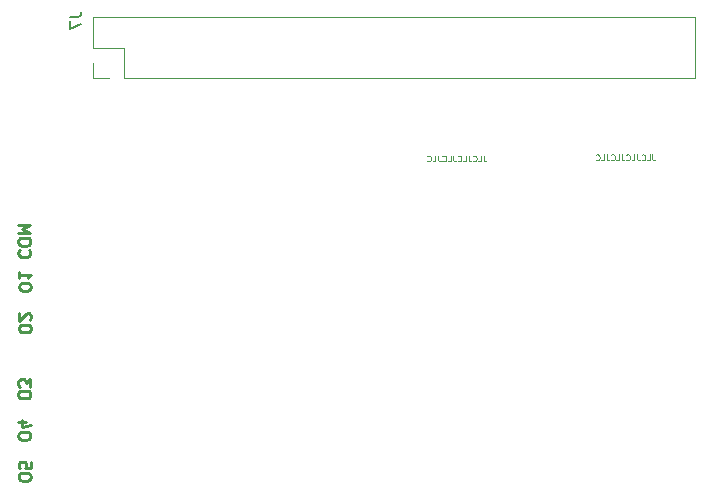
<source format=gbr>
G04 #@! TF.GenerationSoftware,KiCad,Pcbnew,(5.1.9)-1*
G04 #@! TF.CreationDate,2021-06-05T11:28:23-05:00*
G04 #@! TF.ProjectId,RASPBERRY 4 PI HAT,52415350-4245-4525-9259-203420504920,rev?*
G04 #@! TF.SameCoordinates,Original*
G04 #@! TF.FileFunction,Legend,Bot*
G04 #@! TF.FilePolarity,Positive*
%FSLAX46Y46*%
G04 Gerber Fmt 4.6, Leading zero omitted, Abs format (unit mm)*
G04 Created by KiCad (PCBNEW (5.1.9)-1) date 2021-06-05 11:28:23*
%MOMM*%
%LPD*%
G01*
G04 APERTURE LIST*
%ADD10C,0.125000*%
%ADD11C,0.250000*%
%ADD12C,0.120000*%
%ADD13C,0.150000*%
G04 APERTURE END LIST*
D10*
X146879523Y-84836190D02*
X146879523Y-85193333D01*
X146903333Y-85264761D01*
X146950952Y-85312380D01*
X147022380Y-85336190D01*
X147070000Y-85336190D01*
X146403333Y-85336190D02*
X146641428Y-85336190D01*
X146641428Y-84836190D01*
X145950952Y-85288571D02*
X145974761Y-85312380D01*
X146046190Y-85336190D01*
X146093809Y-85336190D01*
X146165238Y-85312380D01*
X146212857Y-85264761D01*
X146236666Y-85217142D01*
X146260476Y-85121904D01*
X146260476Y-85050476D01*
X146236666Y-84955238D01*
X146212857Y-84907619D01*
X146165238Y-84860000D01*
X146093809Y-84836190D01*
X146046190Y-84836190D01*
X145974761Y-84860000D01*
X145950952Y-84883809D01*
X145593809Y-84836190D02*
X145593809Y-85193333D01*
X145617619Y-85264761D01*
X145665238Y-85312380D01*
X145736666Y-85336190D01*
X145784285Y-85336190D01*
X145117619Y-85336190D02*
X145355714Y-85336190D01*
X145355714Y-84836190D01*
X144665238Y-85288571D02*
X144689047Y-85312380D01*
X144760476Y-85336190D01*
X144808095Y-85336190D01*
X144879523Y-85312380D01*
X144927142Y-85264761D01*
X144950952Y-85217142D01*
X144974761Y-85121904D01*
X144974761Y-85050476D01*
X144950952Y-84955238D01*
X144927142Y-84907619D01*
X144879523Y-84860000D01*
X144808095Y-84836190D01*
X144760476Y-84836190D01*
X144689047Y-84860000D01*
X144665238Y-84883809D01*
X144308095Y-84836190D02*
X144308095Y-85193333D01*
X144331904Y-85264761D01*
X144379523Y-85312380D01*
X144450952Y-85336190D01*
X144498571Y-85336190D01*
X143831904Y-85336190D02*
X144070000Y-85336190D01*
X144070000Y-84836190D01*
X143379523Y-85288571D02*
X143403333Y-85312380D01*
X143474761Y-85336190D01*
X143522380Y-85336190D01*
X143593809Y-85312380D01*
X143641428Y-85264761D01*
X143665238Y-85217142D01*
X143689047Y-85121904D01*
X143689047Y-85050476D01*
X143665238Y-84955238D01*
X143641428Y-84907619D01*
X143593809Y-84860000D01*
X143522380Y-84836190D01*
X143474761Y-84836190D01*
X143403333Y-84860000D01*
X143379523Y-84883809D01*
X143022380Y-84836190D02*
X143022380Y-85193333D01*
X143046190Y-85264761D01*
X143093809Y-85312380D01*
X143165238Y-85336190D01*
X143212857Y-85336190D01*
X142546190Y-85336190D02*
X142784285Y-85336190D01*
X142784285Y-84836190D01*
X142093809Y-85288571D02*
X142117619Y-85312380D01*
X142189047Y-85336190D01*
X142236666Y-85336190D01*
X142308095Y-85312380D01*
X142355714Y-85264761D01*
X142379523Y-85217142D01*
X142403333Y-85121904D01*
X142403333Y-85050476D01*
X142379523Y-84955238D01*
X142355714Y-84907619D01*
X142308095Y-84860000D01*
X142236666Y-84836190D01*
X142189047Y-84836190D01*
X142117619Y-84860000D01*
X142093809Y-84883809D01*
D11*
X108507619Y-112131428D02*
X108507619Y-111940952D01*
X108460000Y-111845714D01*
X108364761Y-111750476D01*
X108174285Y-111702857D01*
X107840952Y-111702857D01*
X107650476Y-111750476D01*
X107555238Y-111845714D01*
X107507619Y-111940952D01*
X107507619Y-112131428D01*
X107555238Y-112226666D01*
X107650476Y-112321904D01*
X107840952Y-112369523D01*
X108174285Y-112369523D01*
X108364761Y-112321904D01*
X108460000Y-112226666D01*
X108507619Y-112131428D01*
X108507619Y-110798095D02*
X108507619Y-111274285D01*
X108031428Y-111321904D01*
X108079047Y-111274285D01*
X108126666Y-111179047D01*
X108126666Y-110940952D01*
X108079047Y-110845714D01*
X108031428Y-110798095D01*
X107936190Y-110750476D01*
X107698095Y-110750476D01*
X107602857Y-110798095D01*
X107555238Y-110845714D01*
X107507619Y-110940952D01*
X107507619Y-111179047D01*
X107555238Y-111274285D01*
X107602857Y-111321904D01*
X108477619Y-108661428D02*
X108477619Y-108470952D01*
X108430000Y-108375714D01*
X108334761Y-108280476D01*
X108144285Y-108232857D01*
X107810952Y-108232857D01*
X107620476Y-108280476D01*
X107525238Y-108375714D01*
X107477619Y-108470952D01*
X107477619Y-108661428D01*
X107525238Y-108756666D01*
X107620476Y-108851904D01*
X107810952Y-108899523D01*
X108144285Y-108899523D01*
X108334761Y-108851904D01*
X108430000Y-108756666D01*
X108477619Y-108661428D01*
X108144285Y-107375714D02*
X107477619Y-107375714D01*
X108525238Y-107613809D02*
X107810952Y-107851904D01*
X107810952Y-107232857D01*
X108477619Y-105161428D02*
X108477619Y-104970952D01*
X108430000Y-104875714D01*
X108334761Y-104780476D01*
X108144285Y-104732857D01*
X107810952Y-104732857D01*
X107620476Y-104780476D01*
X107525238Y-104875714D01*
X107477619Y-104970952D01*
X107477619Y-105161428D01*
X107525238Y-105256666D01*
X107620476Y-105351904D01*
X107810952Y-105399523D01*
X108144285Y-105399523D01*
X108334761Y-105351904D01*
X108430000Y-105256666D01*
X108477619Y-105161428D01*
X108477619Y-104399523D02*
X108477619Y-103780476D01*
X108096666Y-104113809D01*
X108096666Y-103970952D01*
X108049047Y-103875714D01*
X108001428Y-103828095D01*
X107906190Y-103780476D01*
X107668095Y-103780476D01*
X107572857Y-103828095D01*
X107525238Y-103875714D01*
X107477619Y-103970952D01*
X107477619Y-104256666D01*
X107525238Y-104351904D01*
X107572857Y-104399523D01*
X108537619Y-99571428D02*
X108537619Y-99380952D01*
X108490000Y-99285714D01*
X108394761Y-99190476D01*
X108204285Y-99142857D01*
X107870952Y-99142857D01*
X107680476Y-99190476D01*
X107585238Y-99285714D01*
X107537619Y-99380952D01*
X107537619Y-99571428D01*
X107585238Y-99666666D01*
X107680476Y-99761904D01*
X107870952Y-99809523D01*
X108204285Y-99809523D01*
X108394761Y-99761904D01*
X108490000Y-99666666D01*
X108537619Y-99571428D01*
X108442380Y-98761904D02*
X108490000Y-98714285D01*
X108537619Y-98619047D01*
X108537619Y-98380952D01*
X108490000Y-98285714D01*
X108442380Y-98238095D01*
X108347142Y-98190476D01*
X108251904Y-98190476D01*
X108109047Y-98238095D01*
X107537619Y-98809523D01*
X107537619Y-98190476D01*
X108537619Y-96041428D02*
X108537619Y-95850952D01*
X108490000Y-95755714D01*
X108394761Y-95660476D01*
X108204285Y-95612857D01*
X107870952Y-95612857D01*
X107680476Y-95660476D01*
X107585238Y-95755714D01*
X107537619Y-95850952D01*
X107537619Y-96041428D01*
X107585238Y-96136666D01*
X107680476Y-96231904D01*
X107870952Y-96279523D01*
X108204285Y-96279523D01*
X108394761Y-96231904D01*
X108490000Y-96136666D01*
X108537619Y-96041428D01*
X107537619Y-94660476D02*
X107537619Y-95231904D01*
X107537619Y-94946190D02*
X108537619Y-94946190D01*
X108394761Y-95041428D01*
X108299523Y-95136666D01*
X108251904Y-95231904D01*
X107572857Y-92845714D02*
X107525238Y-92893333D01*
X107477619Y-93036190D01*
X107477619Y-93131428D01*
X107525238Y-93274285D01*
X107620476Y-93369523D01*
X107715714Y-93417142D01*
X107906190Y-93464761D01*
X108049047Y-93464761D01*
X108239523Y-93417142D01*
X108334761Y-93369523D01*
X108430000Y-93274285D01*
X108477619Y-93131428D01*
X108477619Y-93036190D01*
X108430000Y-92893333D01*
X108382380Y-92845714D01*
X108477619Y-92226666D02*
X108477619Y-92036190D01*
X108430000Y-91940952D01*
X108334761Y-91845714D01*
X108144285Y-91798095D01*
X107810952Y-91798095D01*
X107620476Y-91845714D01*
X107525238Y-91940952D01*
X107477619Y-92036190D01*
X107477619Y-92226666D01*
X107525238Y-92321904D01*
X107620476Y-92417142D01*
X107810952Y-92464761D01*
X108144285Y-92464761D01*
X108334761Y-92417142D01*
X108430000Y-92321904D01*
X108477619Y-92226666D01*
X107477619Y-91369523D02*
X108477619Y-91369523D01*
X107763333Y-91036190D01*
X108477619Y-90702857D01*
X107477619Y-90702857D01*
D10*
X161159523Y-84746190D02*
X161159523Y-85103333D01*
X161183333Y-85174761D01*
X161230952Y-85222380D01*
X161302380Y-85246190D01*
X161350000Y-85246190D01*
X160683333Y-85246190D02*
X160921428Y-85246190D01*
X160921428Y-84746190D01*
X160230952Y-85198571D02*
X160254761Y-85222380D01*
X160326190Y-85246190D01*
X160373809Y-85246190D01*
X160445238Y-85222380D01*
X160492857Y-85174761D01*
X160516666Y-85127142D01*
X160540476Y-85031904D01*
X160540476Y-84960476D01*
X160516666Y-84865238D01*
X160492857Y-84817619D01*
X160445238Y-84770000D01*
X160373809Y-84746190D01*
X160326190Y-84746190D01*
X160254761Y-84770000D01*
X160230952Y-84793809D01*
X159873809Y-84746190D02*
X159873809Y-85103333D01*
X159897619Y-85174761D01*
X159945238Y-85222380D01*
X160016666Y-85246190D01*
X160064285Y-85246190D01*
X159397619Y-85246190D02*
X159635714Y-85246190D01*
X159635714Y-84746190D01*
X158945238Y-85198571D02*
X158969047Y-85222380D01*
X159040476Y-85246190D01*
X159088095Y-85246190D01*
X159159523Y-85222380D01*
X159207142Y-85174761D01*
X159230952Y-85127142D01*
X159254761Y-85031904D01*
X159254761Y-84960476D01*
X159230952Y-84865238D01*
X159207142Y-84817619D01*
X159159523Y-84770000D01*
X159088095Y-84746190D01*
X159040476Y-84746190D01*
X158969047Y-84770000D01*
X158945238Y-84793809D01*
X158588095Y-84746190D02*
X158588095Y-85103333D01*
X158611904Y-85174761D01*
X158659523Y-85222380D01*
X158730952Y-85246190D01*
X158778571Y-85246190D01*
X158111904Y-85246190D02*
X158350000Y-85246190D01*
X158350000Y-84746190D01*
X157659523Y-85198571D02*
X157683333Y-85222380D01*
X157754761Y-85246190D01*
X157802380Y-85246190D01*
X157873809Y-85222380D01*
X157921428Y-85174761D01*
X157945238Y-85127142D01*
X157969047Y-85031904D01*
X157969047Y-84960476D01*
X157945238Y-84865238D01*
X157921428Y-84817619D01*
X157873809Y-84770000D01*
X157802380Y-84746190D01*
X157754761Y-84746190D01*
X157683333Y-84770000D01*
X157659523Y-84793809D01*
X157302380Y-84746190D02*
X157302380Y-85103333D01*
X157326190Y-85174761D01*
X157373809Y-85222380D01*
X157445238Y-85246190D01*
X157492857Y-85246190D01*
X156826190Y-85246190D02*
X157064285Y-85246190D01*
X157064285Y-84746190D01*
X156373809Y-85198571D02*
X156397619Y-85222380D01*
X156469047Y-85246190D01*
X156516666Y-85246190D01*
X156588095Y-85222380D01*
X156635714Y-85174761D01*
X156659523Y-85127142D01*
X156683333Y-85031904D01*
X156683333Y-84960476D01*
X156659523Y-84865238D01*
X156635714Y-84817619D01*
X156588095Y-84770000D01*
X156516666Y-84746190D01*
X156469047Y-84746190D01*
X156397619Y-84770000D01*
X156373809Y-84793809D01*
D12*
X113800000Y-76970000D02*
X113800000Y-78300000D01*
X113800000Y-78300000D02*
X115130000Y-78300000D01*
X113800000Y-75700000D02*
X116400000Y-75700000D01*
X116400000Y-75700000D02*
X116400000Y-78300000D01*
X116400000Y-78300000D02*
X164720000Y-78300000D01*
X164720000Y-73100000D02*
X164720000Y-78300000D01*
X113800000Y-73100000D02*
X164720000Y-73100000D01*
X113800000Y-73100000D02*
X113800000Y-75700000D01*
D13*
X111812380Y-73080666D02*
X112526666Y-73080666D01*
X112669523Y-73033047D01*
X112764761Y-72937809D01*
X112812380Y-72794952D01*
X112812380Y-72699714D01*
X111812380Y-73461619D02*
X111812380Y-74128285D01*
X112812380Y-73699714D01*
M02*

</source>
